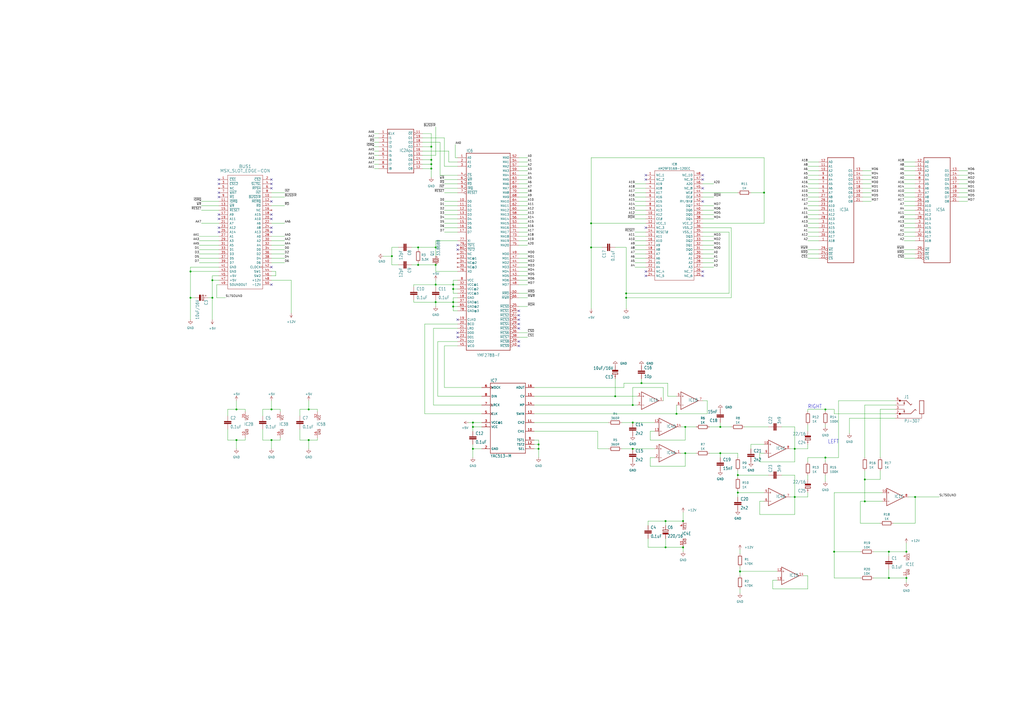
<source format=kicad_sch>
(kicad_sch (version 20230121) (generator eeschema)
  (paper "A2")
  (title_block (title "MSX OPL4 Wozblaster Reloaded") (date "2023-02-20") (rev "1.2") (company "The Retro Hacker") (comment 2 "Reloaded by Cristiano Goncalves") (comment 3 "Original Design by Gustavo Iriarte") (comment 4 "Wozblaster Reloaded"))
  (junction (at 179.07 237.49))
  (junction (at 262.89 175.26))
  (junction (at 530.86 288.29))
  (junction (at 363.22 170.18))
  (junction (at 137.16 255.27))
  (junction (at 137.16 237.49))
  (junction (at 392.43 240.03))
  (junction (at 123.19 172.72))
  (junction (at 461.01 260.35))
  (junction (at 179.07 255.27))
  (junction (at 252.73 175.26))
  (junction (at 483.87 320.04))
  (junction (at 110.49 157.48))
  (junction (at 312.42 260.35))
  (junction (at 157.48 237.49))
  (junction (at 227.33 148.59))
  (junction (at 110.49 172.72))
  (junction (at 250.19 85.09))
  (junction (at 262.89 165.1))
  (junction (at 525.78 320.04))
  (junction (at 396.24 317.5))
  (junction (at 312.42 257.81))
  (junction (at 252.73 143.51))
  (junction (at 356.87 229.87))
  (junction (at 525.78 335.28))
  (junction (at 274.32 260.35))
  (junction (at 515.62 320.04))
  (junction (at 367.03 245.11))
  (junction (at 372.11 222.25))
  (junction (at 417.83 247.65))
  (junction (at 250.19 97.79))
  (junction (at 363.22 172.72))
  (junction (at 397.51 262.89))
  (junction (at 262.89 167.64))
  (junction (at 157.48 255.27))
  (junction (at 123.19 162.56))
  (junction (at 342.9 129.54))
  (junction (at 386.08 302.26))
  (junction (at 386.08 317.5))
  (junction (at 262.89 177.8))
  (junction (at 274.32 245.11))
  (junction (at 242.57 143.51))
  (junction (at 367.03 260.35))
  (junction (at 242.57 153.67))
  (junction (at 461.01 288.29))
  (junction (at 427.99 285.75))
  (junction (at 250.19 95.25))
  (junction (at 478.79 237.49))
  (junction (at 274.32 247.65))
  (junction (at 252.73 165.1))
  (junction (at 417.83 262.89))
  (junction (at 501.65 278.13))
  (junction (at 427.99 275.59))
  (junction (at 342.9 143.51))
  (junction (at 250.19 92.71))
  (junction (at 501.65 290.83))
  (junction (at 515.62 335.28))
  (junction (at 397.51 247.65))
  (junction (at 396.24 302.26))
  (junction (at 367.03 234.95))
  (junction (at 478.79 265.43))
  (junction (at 429.26 331.47))
  (junction (at 443.23 111.76))
  (junction (at 252.73 153.67))
  (no_connect (at 407.67 104.14))
  (no_connect (at 407.67 160.02))
  (no_connect (at 374.65 160.02))
  (no_connect (at 300.99 185.42))
  (no_connect (at 300.99 182.88))
  (no_connect (at 300.99 180.34))
  (no_connect (at 300.99 190.5))
  (no_connect (at 300.99 187.96))
  (no_connect (at 300.99 200.66))
  (no_connect (at 300.99 198.12))
  (no_connect (at 265.43 185.42))
  (no_connect (at 265.43 193.04))
  (no_connect (at 265.43 195.58))
  (no_connect (at 127 134.62))
  (no_connect (at 127 132.08))
  (no_connect (at 127 124.46))
  (no_connect (at 127 127))
  (no_connect (at 157.48 154.94))
  (no_connect (at 157.48 132.08))
  (no_connect (at 157.48 134.62))
  (no_connect (at 265.43 142.24))
  (no_connect (at 265.43 144.78))
  (no_connect (at 374.65 101.6))
  (no_connect (at 407.67 157.48))
  (no_connect (at 157.48 165.1))
  (no_connect (at 374.65 157.48))
  (no_connect (at 374.65 104.14))
  (no_connect (at 407.67 101.6))
  (no_connect (at 407.67 109.22))
  (no_connect (at 407.67 116.84))
  (no_connect (at 157.48 124.46))
  (no_connect (at 157.48 127))
  (no_connect (at 374.65 132.08))
  (no_connect (at 127 104.14))
  (no_connect (at 127 106.68))
  (no_connect (at 127 111.76))
  (no_connect (at 127 114.3))
  (no_connect (at 157.48 104.14))
  (no_connect (at 157.48 106.68))
  (no_connect (at 157.48 109.22))
  (no_connect (at 157.48 116.84))
  (wire (pts (xy 346.71 250.19) (xy 346.71 260.35)))
  (wire (pts (xy 252.73 157.48) (xy 265.43 157.48)))
  (wire (pts (xy 468.63 99.06) (xy 474.98 99.06)))
  (wire (pts (xy 386.08 317.5) (xy 386.08 312.42)))
  (wire (pts (xy 264.16 91.44) (xy 265.43 91.44)))
  (wire (pts (xy 384.81 224.79) (xy 384.81 232.41)))
  (wire (pts (xy 254 229.87) (xy 279.4 229.87)))
  (wire (pts (xy 257.81 109.22) (xy 265.43 109.22)))
  (wire (pts (xy 184.15 237.49) (xy 184.15 238.76)))
  (wire (pts (xy 179.07 255.27) (xy 184.15 255.27)))
  (wire (pts (xy 245.11 77.47) (xy 250.19 77.47)))
  (wire (pts (xy 424.18 172.72) (xy 363.22 172.72)))
  (wire (pts (xy 262.89 167.64) (xy 262.89 170.18)))
  (wire (pts (xy 300.99 154.94) (xy 306.07 154.94)))
  (wire (pts (xy 519.43 237.49) (xy 510.54 237.49)))
  (wire (pts (xy 377.19 255.27) (xy 377.19 250.19)))
  (wire (pts (xy 363.22 170.18) (xy 363.22 172.72)))
  (wire (pts (xy 410.21 240.03) (xy 410.21 232.41)))
  (wire (pts (xy 468.63 260.35) (xy 461.01 260.35)))
  (wire (pts (xy 257.81 224.79) (xy 257.81 200.66)))
  (wire (pts (xy 217.17 92.71) (xy 219.71 92.71)))
  (wire (pts (xy 257.81 119.38) (xy 265.43 119.38)))
  (wire (pts (xy 524.51 134.62) (xy 530.86 134.62)))
  (wire (pts (xy 468.63 237.49) (xy 478.79 237.49)))
  (wire (pts (xy 257.81 121.92) (xy 265.43 121.92)))
  (wire (pts (xy 422.91 134.62) (xy 422.91 170.18)))
  (wire (pts (xy 242.57 152.4) (xy 242.57 153.67)))
  (wire (pts (xy 367.03 234.95) (xy 367.03 224.79)))
  (wire (pts (xy 417.83 245.11) (xy 417.83 247.65)))
  (wire (pts (xy 427.99 284.48) (xy 427.99 285.75)))
  (wire (pts (xy 116.84 116.84) (xy 127 116.84)))
  (wire (pts (xy 524.51 99.06) (xy 530.86 99.06)))
  (wire (pts (xy 157.48 149.86) (xy 165.1 149.86)))
  (wire (pts (xy 397.51 262.89) (xy 397.51 270.51)))
  (wire (pts (xy 274.32 257.81) (xy 274.32 260.35)))
  (wire (pts (xy 240.03 175.26) (xy 252.73 175.26)))
  (wire (pts (xy 309.88 260.35) (xy 312.42 260.35)))
  (wire (pts (xy 397.51 255.27) (xy 377.19 255.27)))
  (wire (pts (xy 116.84 121.92) (xy 127 121.92)))
  (wire (pts (xy 342.9 143.51) (xy 342.9 179.07)))
  (wire (pts (xy 110.49 157.48) (xy 127 157.48)))
  (wire (pts (xy 110.49 154.94) (xy 110.49 157.48)))
  (wire (pts (xy 429.26 331.47) (xy 450.85 331.47)))
  (wire (pts (xy 157.48 152.4) (xy 165.1 152.4)))
  (wire (pts (xy 468.63 246.38) (xy 468.63 250.19)))
  (wire (pts (xy 500.38 111.76) (xy 505.46 111.76)))
  (wire (pts (xy 179.07 232.41) (xy 179.07 237.49)))
  (wire (pts (xy 152.4 255.27) (xy 157.48 255.27)))
  (wire (pts (xy 300.99 137.16) (xy 306.07 137.16)))
  (wire (pts (xy 262.89 167.64) (xy 265.43 167.64)))
  (wire (pts (xy 501.65 234.95) (xy 501.65 265.43)))
  (wire (pts (xy 483.87 240.03) (xy 519.43 240.03)))
  (wire (pts (xy 300.99 147.32) (xy 306.07 147.32)))
  (wire (pts (xy 556.26 101.6) (xy 561.34 101.6)))
  (wire (pts (xy 556.26 99.06) (xy 561.34 99.06)))
  (wire (pts (xy 461.01 275.59) (xy 461.01 288.29)))
  (wire (pts (xy 368.3 154.94) (xy 374.65 154.94)))
  (wire (pts (xy 524.51 101.6) (xy 530.86 101.6)))
  (wire (pts (xy 250.19 85.09) (xy 250.19 92.71)))
  (wire (pts (xy 123.19 162.56) (xy 127 162.56)))
  (wire (pts (xy 407.67 152.4) (xy 414.02 152.4)))
  (wire (pts (xy 524.51 111.76) (xy 530.86 111.76)))
  (wire (pts (xy 492.76 242.57) (xy 492.76 251.46)))
  (wire (pts (xy 407.67 132.08) (xy 424.18 132.08)))
  (wire (pts (xy 468.63 278.13) (xy 468.63 275.59)))
  (wire (pts (xy 262.89 177.8) (xy 262.89 180.34)))
  (wire (pts (xy 238.76 153.67) (xy 242.57 153.67)))
  (wire (pts (xy 396.24 302.26) (xy 386.08 302.26)))
  (wire (pts (xy 300.99 177.8) (xy 306.07 177.8)))
  (wire (pts (xy 356.87 229.87) (xy 369.57 229.87)))
  (wire (pts (xy 132.08 255.27) (xy 137.16 255.27)))
  (wire (pts (xy 252.73 165.1) (xy 262.89 165.1)))
  (wire (pts (xy 300.99 157.48) (xy 306.07 157.48)))
  (wire (pts (xy 524.51 149.86) (xy 530.86 149.86)))
  (wire (pts (xy 524.51 147.32) (xy 530.86 147.32)))
  (wire (pts (xy 250.19 77.47) (xy 250.19 85.09)))
  (wire (pts (xy 368.3 149.86) (xy 374.65 149.86)))
  (wire (pts (xy 468.63 119.38) (xy 474.98 119.38)))
  (wire (pts (xy 312.42 260.35) (xy 312.42 257.81)))
  (wire (pts (xy 217.17 95.25) (xy 219.71 95.25)))
  (wire (pts (xy 407.67 149.86) (xy 414.02 149.86)))
  (wire (pts (xy 312.42 255.27) (xy 312.42 257.81)))
  (wire (pts (xy 157.48 157.48) (xy 160.02 157.48)))
  (wire (pts (xy 407.67 119.38) (xy 414.02 119.38)))
  (wire (pts (xy 417.83 265.43) (xy 417.83 262.89)))
  (wire (pts (xy 468.63 147.32) (xy 474.98 147.32)))
  (wire (pts (xy 429.26 318.77) (xy 429.26 321.31)))
  (wire (pts (xy 501.65 273.05) (xy 501.65 278.13)))
  (wire (pts (xy 274.32 245.11) (xy 274.32 247.65)))
  (wire (pts (xy 453.39 247.65) (xy 461.01 247.65)))
  (wire (pts (xy 468.63 237.49) (xy 468.63 238.76)))
  (wire (pts (xy 468.63 124.46) (xy 474.98 124.46)))
  (wire (pts (xy 222.25 148.59) (xy 227.33 148.59)))
  (wire (pts (xy 132.08 248.92) (xy 132.08 255.27)))
  (wire (pts (xy 468.63 132.08) (xy 474.98 132.08)))
  (wire (pts (xy 427.99 275.59) (xy 427.99 276.86)))
  (wire (pts (xy 407.67 111.76) (xy 427.99 111.76)))
  (wire (pts (xy 429.26 344.17) (xy 429.26 341.63)))
  (wire (pts (xy 468.63 106.68) (xy 474.98 106.68)))
  (wire (pts (xy 443.23 129.54) (xy 443.23 111.76)))
  (wire (pts (xy 368.3 119.38) (xy 374.65 119.38)))
  (wire (pts (xy 417.83 247.65) (xy 424.18 247.65)))
  (wire (pts (xy 217.17 87.63) (xy 219.71 87.63)))
  (wire (pts (xy 407.67 106.68) (xy 414.02 106.68)))
  (wire (pts (xy 110.49 172.72) (xy 113.03 172.72)))
  (wire (pts (xy 252.73 175.26) (xy 262.89 175.26)))
  (wire (pts (xy 410.21 232.41) (xy 407.67 232.41)))
  (wire (pts (xy 254 198.12) (xy 265.43 198.12)))
  (wire (pts (xy 246.38 187.96) (xy 265.43 187.96)))
  (wire (pts (xy 257.81 96.52) (xy 265.43 96.52)))
  (wire (pts (xy 217.17 90.17) (xy 219.71 90.17)))
  (wire (pts (xy 368.3 114.3) (xy 374.65 114.3)))
  (wire (pts (xy 411.48 247.65) (xy 417.83 247.65)))
  (wire (pts (xy 312.42 260.35) (xy 312.42 265.43)))
  (wire (pts (xy 368.3 109.22) (xy 374.65 109.22)))
  (wire (pts (xy 448.31 336.55) (xy 448.31 341.63)))
  (wire (pts (xy 255.27 82.55) (xy 255.27 101.6)))
  (wire (pts (xy 524.51 96.52) (xy 530.86 96.52)))
  (wire (pts (xy 407.67 147.32) (xy 414.02 147.32)))
  (wire (pts (xy 556.26 114.3) (xy 561.34 114.3)))
  (wire (pts (xy 368.3 134.62) (xy 374.65 134.62)))
  (wire (pts (xy 157.48 237.49) (xy 152.4 237.49)))
  (wire (pts (xy 262.89 172.72) (xy 262.89 175.26)))
  (wire (pts (xy 257.81 127) (xy 265.43 127)))
  (wire (pts (xy 173.99 237.49) (xy 173.99 241.3)))
  (wire (pts (xy 407.67 137.16) (xy 414.02 137.16)))
  (wire (pts (xy 461.01 288.29) (xy 468.63 288.29)))
  (wire (pts (xy 137.16 237.49) (xy 142.24 237.49)))
  (wire (pts (xy 424.18 132.08) (xy 424.18 172.72)))
  (wire (pts (xy 262.89 162.56) (xy 262.89 165.1)))
  (wire (pts (xy 300.99 132.08) (xy 306.07 132.08)))
  (wire (pts (xy 524.51 109.22) (xy 530.86 109.22)))
  (wire (pts (xy 556.26 109.22) (xy 561.34 109.22)))
  (wire (pts (xy 368.3 124.46) (xy 374.65 124.46)))
  (wire (pts (xy 407.67 134.62) (xy 422.91 134.62)))
  (wire (pts (xy 115.57 147.32) (xy 127 147.32)))
  (wire (pts (xy 254 229.87) (xy 254 198.12)))
  (wire (pts (xy 468.63 127) (xy 474.98 127)))
  (wire (pts (xy 468.63 93.98) (xy 474.98 93.98)))
  (wire (pts (xy 360.68 260.35) (xy 367.03 260.35)))
  (wire (pts (xy 468.63 144.78) (xy 474.98 144.78)))
  (wire (pts (xy 116.84 129.54) (xy 127 129.54)))
  (wire (pts (xy 262.89 165.1) (xy 265.43 165.1)))
  (wire (pts (xy 240.03 165.1) (xy 252.73 165.1)))
  (wire (pts (xy 468.63 137.16) (xy 474.98 137.16)))
  (wire (pts (xy 445.77 275.59) (xy 427.99 275.59)))
  (wire (pts (xy 461.01 298.45) (xy 440.69 298.45)))
  (wire (pts (xy 461.01 288.29) (xy 461.01 298.45)))
  (wire (pts (xy 525.78 337.82) (xy 525.78 335.28)))
  (wire (pts (xy 468.63 101.6) (xy 474.98 101.6)))
  (wire (pts (xy 556.26 104.14) (xy 561.34 104.14)))
  (wire (pts (xy 387.35 229.87) (xy 387.35 222.25)))
  (wire (pts (xy 300.99 139.7) (xy 306.07 139.7)))
  (wire (pts (xy 217.17 97.79) (xy 219.71 97.79)))
  (wire (pts (xy 300.99 172.72) (xy 306.07 172.72)))
  (wire (pts (xy 240.03 175.26) (xy 240.03 173.99)))
  (wire (pts (xy 407.67 139.7) (xy 414.02 139.7)))
  (wire (pts (xy 468.63 257.81) (xy 468.63 260.35)))
  (wire (pts (xy 157.48 137.16) (xy 165.1 137.16)))
  (wire (pts (xy 478.79 265.43) (xy 478.79 267.97)))
  (wire (pts (xy 468.63 288.29) (xy 468.63 285.75)))
  (wire (pts (xy 257.81 132.08) (xy 265.43 132.08)))
  (wire (pts (xy 524.51 139.7) (xy 530.86 139.7)))
  (wire (pts (xy 392.43 240.03) (xy 410.21 240.03)))
  (wire (pts (xy 377.19 270.51) (xy 377.19 265.43)))
  (wire (pts (xy 377.19 265.43) (xy 379.73 265.43)))
  (wire (pts (xy 217.17 82.55) (xy 219.71 82.55)))
  (wire (pts (xy 309.88 245.11) (xy 353.06 245.11)))
  (wire (pts (xy 123.19 160.02) (xy 127 160.02)))
  (wire (pts (xy 511.81 285.75) (xy 483.87 285.75)))
  (wire (pts (xy 427.99 273.05) (xy 427.99 275.59)))
  (wire (pts (xy 300.99 93.98) (xy 306.07 93.98)))
  (wire (pts (xy 397.51 262.89) (xy 403.86 262.89)))
  (wire (pts (xy 309.88 250.19) (xy 346.71 250.19)))
  (wire (pts (xy 363.22 172.72) (xy 363.22 179.07)))
  (wire (pts (xy 300.99 91.44) (xy 306.07 91.44)))
  (wire (pts (xy 461.01 260.35) (xy 461.01 267.97)))
  (wire (pts (xy 363.22 143.51) (xy 363.22 170.18)))
  (wire (pts (xy 252.73 90.17) (xy 245.11 90.17)))
  (wire (pts (xy 251.46 190.5) (xy 265.43 190.5)))
  (wire (pts (xy 245.11 92.71) (xy 250.19 92.71)))
  (wire (pts (xy 501.65 290.83) (xy 511.81 290.83)))
  (wire (pts (xy 427.99 285.75) (xy 443.23 285.75)))
  (wire (pts (xy 461.01 267.97) (xy 440.69 267.97)))
  (wire (pts (xy 157.48 111.76) (xy 165.1 111.76)))
  (wire (pts (xy 525.78 314.96) (xy 525.78 320.04)))
  (wire (pts (xy 300.99 195.58) (xy 306.07 195.58)))
  (wire (pts (xy 478.79 246.38) (xy 478.79 247.65)))
  (wire (pts (xy 157.48 255.27) (xy 157.48 260.35)))
  (wire (pts (xy 257.81 104.14) (xy 265.43 104.14)))
  (wire (pts (xy 478.79 275.59) (xy 478.79 279.4)))
  (wire (pts (xy 123.19 162.56) (xy 123.19 172.72)))
  (wire (pts (xy 407.67 121.92) (xy 414.02 121.92)))
  (wire (pts (xy 300.99 127) (xy 306.07 127)))
  (wire (pts (xy 510.54 237.49) (xy 510.54 265.43)))
  (wire (pts (xy 510.54 303.53) (xy 499.11 303.53)))
  (wire (pts (xy 524.51 114.3) (xy 530.86 114.3)))
  (wire (pts (xy 422.91 170.18) (xy 363.22 170.18)))
  (wire (pts (xy 157.48 144.78) (xy 165.1 144.78)))
  (wire (pts (xy 368.3 139.7) (xy 374.65 139.7)))
  (wire (pts (xy 461.01 247.65) (xy 461.01 260.35)))
  (wire (pts (xy 396.24 297.18) (xy 396.24 302.26)))
  (wire (pts (xy 252.73 153.67) (xy 252.73 157.48)))
  (wire (pts (xy 375.92 317.5) (xy 386.08 317.5)))
  (wire (pts (xy 368.3 106.68) (xy 374.65 106.68)))
  (wire (pts (xy 368.3 137.16) (xy 374.65 137.16)))
  (wire (pts (xy 157.48 255.27) (xy 162.56 255.27)))
  (wire (pts (xy 110.49 172.72) (xy 110.49 185.42)))
  (wire (pts (xy 157.48 129.54) (xy 165.1 129.54)))
  (wire (pts (xy 453.39 275.59) (xy 461.01 275.59)))
  (wire (pts (xy 157.48 232.41) (xy 157.48 237.49)))
  (wire (pts (xy 468.63 116.84) (xy 474.98 116.84)))
  (wire (pts (xy 468.63 341.63) (xy 468.63 334.01)))
  (wire (pts (xy 157.48 147.32) (xy 165.1 147.32)))
  (wire (pts (xy 265.43 172.72) (xy 262.89 172.72)))
  (wire (pts (xy 392.43 229.87) (xy 387.35 229.87)))
  (wire (pts (xy 468.63 265.43) (xy 478.79 265.43)))
  (wire (pts (xy 309.88 224.79) (xy 361.95 224.79)))
  (wire (pts (xy 367.03 234.95) (xy 369.57 234.95)))
  (wire (pts (xy 255.27 101.6) (xy 265.43 101.6)))
  (wire (pts (xy 556.26 116.84) (xy 561.34 116.84)))
  (wire (pts (xy 300.99 193.04) (xy 306.07 193.04)))
  (wire (pts (xy 556.26 111.76) (xy 561.34 111.76)))
  (wire (pts (xy 300.99 134.62) (xy 306.07 134.62)))
  (wire (pts (xy 461.01 260.35) (xy 458.47 260.35)))
  (wire (pts (xy 435.61 257.81) (xy 435.61 260.35)))
  (wire (pts (xy 179.07 237.49) (xy 173.99 237.49)))
  (wire (pts (xy 132.08 237.49) (xy 132.08 241.3)))
  (wire (pts (xy 162.56 255.27) (xy 162.56 254)))
  (wire (pts (xy 483.87 335.28) (xy 483.87 320.04)))
  (wire (pts (xy 250.19 95.25) (xy 250.19 97.79)))
  (wire (pts (xy 242.57 153.67) (xy 252.73 153.67)))
  (wire (pts (xy 530.86 303.53) (xy 518.16 303.53)))
  (wire (pts (xy 137.16 232.41) (xy 137.16 237.49)))
  (wire (pts (xy 342.9 129.54) (xy 374.65 129.54)))
  (wire (pts (xy 396.24 317.5) (xy 386.08 317.5)))
  (wire (pts (xy 435.61 111.76) (xy 443.23 111.76)))
  (wire (pts (xy 300.99 101.6) (xy 306.07 101.6)))
  (wire (pts (xy 530.86 288.29) (xy 544.83 288.29)))
  (wire (pts (xy 300.99 116.84) (xy 306.07 116.84)))
  (wire (pts (xy 142.24 237.49) (xy 142.24 238.76)))
  (wire (pts (xy 361.95 222.25) (xy 361.95 224.79)))
  (wire (pts (xy 309.88 255.27) (xy 312.42 255.27)))
  (wire (pts (xy 300.99 114.3) (xy 306.07 114.3)))
  (wire (pts (xy 429.26 328.93) (xy 429.26 331.47)))
  (wire (pts (xy 483.87 237.49) (xy 483.87 240.03)))
  (wire (pts (xy 309.88 229.87) (xy 356.87 229.87)))
  (wire (pts (xy 279.4 245.11) (xy 274.32 245.11)))
  (wire (pts (xy 500.38 101.6) (xy 505.46 101.6)))
  (wire (pts (xy 524.51 144.78) (xy 530.86 144.78)))
  (wire (pts (xy 486.41 265.43) (xy 486.41 232.41)))
  (wire (pts (xy 397.51 247.65) (xy 397.51 255.27)))
  (wire (pts (xy 396.24 317.5) (xy 396.24 320.04)))
  (wire (pts (xy 468.63 129.54) (xy 474.98 129.54)))
  (wire (pts (xy 274.32 260.35) (xy 279.4 260.35)))
  (wire (pts (xy 184.15 254) (xy 184.15 255.27)))
  (wire (pts (xy 300.99 99.06) (xy 306.07 99.06)))
  (wire (pts (xy 525.78 335.28) (xy 515.62 335.28)))
  (wire (pts (xy 257.81 116.84) (xy 265.43 116.84)))
  (wire (pts (xy 468.63 111.76) (xy 474.98 111.76)))
  (wire (pts (xy 110.49 157.48) (xy 110.49 172.72)))
  (wire (pts (xy 231.14 153.67) (xy 227.33 153.67)))
  (wire (pts (xy 300.99 142.24) (xy 306.07 142.24)))
  (wire (pts (xy 231.14 143.51) (xy 227.33 143.51)))
  (wire (pts (xy 407.67 129.54) (xy 443.23 129.54)))
  (wire (pts (xy 120.65 172.72) (xy 123.19 172.72)))
  (wire (pts (xy 300.99 121.92) (xy 306.07 121.92)))
  (wire (pts (xy 368.3 144.78) (xy 374.65 144.78)))
  (wire (pts (xy 219.71 80.01) (xy 217.17 80.01)))
  (wire (pts (xy 387.35 222.25) (xy 372.11 222.25)))
  (wire (pts (xy 300.99 152.4) (xy 306.07 152.4)))
  (wire (pts (xy 468.63 334.01) (xy 466.09 334.01)))
  (wire (pts (xy 342.9 91.44) (xy 342.9 129.54)))
  (wire (pts (xy 375.92 302.26) (xy 375.92 304.8)))
  (wire (pts (xy 300.99 96.52) (xy 306.07 96.52)))
  (wire (pts (xy 265.43 175.26) (xy 262.89 175.26)))
  (wire (pts (xy 251.46 234.95) (xy 251.46 190.5)))
  (wire (pts (xy 115.57 137.16) (xy 127 137.16)))
  (wire (pts (xy 407.67 127) (xy 414.02 127)))
  (wire (pts (xy 500.38 106.68) (xy 505.46 106.68)))
  (wire (pts (xy 157.48 142.24) (xy 165.1 142.24)))
  (wire (pts (xy 123.19 172.72) (xy 123.19 185.42)))
  (wire (pts (xy 368.3 147.32) (xy 374.65 147.32)))
  (wire (pts (xy 173.99 255.27) (xy 173.99 248.92)))
  (wire (pts (xy 257.81 129.54) (xy 265.43 129.54)))
  (wire (pts (xy 556.26 106.68) (xy 561.34 106.68)))
  (wire (pts (xy 417.83 262.89) (xy 427.99 262.89)))
  (wire (pts (xy 524.51 127) (xy 530.86 127)))
  (wire (pts (xy 483.87 285.75) (xy 483.87 320.04)))
  (wire (pts (xy 397.51 247.65) (xy 403.86 247.65)))
  (wire (pts (xy 137.16 255.27) (xy 142.24 255.27)))
  (wire (pts (xy 262.89 170.18) (xy 265.43 170.18)))
  (wire (pts (xy 342.9 91.44) (xy 443.23 91.44)))
  (wire (pts (xy 252.73 173.99) (xy 252.73 175.26)))
  (wire (pts (xy 168.91 162.56) (xy 168.91 181.61)))
  (wire (pts (xy 360.68 245.11) (xy 367.03 245.11)))
  (wire (pts (xy 300.99 165.1) (xy 306.07 165.1)))
  (wire (pts (xy 152.4 237.49) (xy 152.4 241.3)))
  (wire (pts (xy 125.73 165.1) (xy 127 165.1)))
  (wire (pts (xy 245.11 97.79) (xy 250.19 97.79)))
  (wire (pts (xy 468.63 149.86) (xy 474.98 149.86)))
  (wire (pts (xy 500.38 109.22) (xy 505.46 109.22)))
  (wire (pts (xy 386.08 302.26) (xy 375.92 302.26)))
  (wire (pts (xy 152.4 248.92) (xy 152.4 255.27)))
  (wire (pts (xy 500.38 116.84) (xy 505.46 116.84)))
  (wire (pts (xy 257.81 124.46) (xy 265.43 124.46)))
  (wire (pts (xy 245.11 80.01) (xy 257.81 80.01)))
  (wire (pts (xy 524.51 124.46) (xy 530.86 124.46)))
  (wire (pts (xy 356.87 143.51) (xy 363.22 143.51)))
  (wire (pts (xy 506.73 320.04) (xy 515.62 320.04)))
  (wire (pts (xy 184.15 237.49) (xy 179.07 237.49)))
  (wire (pts (xy 252.73 175.26) (xy 252.73 177.8)))
  (wire (pts (xy 262.89 180.34) (xy 265.43 180.34)))
  (wire (pts (xy 524.51 104.14) (xy 530.86 104.14)))
  (wire (pts (xy 160.02 157.48) (xy 160.02 160.02)))
  (wire (pts (xy 274.32 247.65) (xy 274.32 250.19)))
  (wire (pts (xy 300.99 111.76) (xy 306.07 111.76)))
  (wire (pts (xy 368.3 127) (xy 374.65 127)))
  (wire (pts (xy 427.99 262.89) (xy 427.99 265.43)))
  (wire (pts (xy 448.31 341.63) (xy 468.63 341.63)))
  (wire (pts (xy 440.69 298.45) (xy 440.69 290.83)))
  (wire (pts (xy 450.85 336.55) (xy 448.31 336.55)))
  (wire (pts (xy 265.43 177.8) (xy 262.89 177.8)))
  (wire (pts (xy 515.62 320.04) (xy 515.62 322.58)))
  (wire (pts (xy 251.46 234.95) (xy 279.4 234.95)))
  (wire (pts (xy 342.9 143.51) (xy 349.25 143.51)))
  (wire (pts (xy 407.67 144.78) (xy 414.02 144.78)))
  (wire (pts (xy 478.79 237.49) (xy 483.87 237.49)))
  (wire (pts (xy 524.51 129.54) (xy 530.86 129.54)))
  (wire (pts (xy 501.65 278.13) (xy 501.65 290.83)))
  (wire (pts (xy 157.48 119.38) (xy 165.1 119.38)))
  (wire (pts (xy 375.92 312.42) (xy 375.92 317.5)))
  (wire (pts (xy 250.19 95.25) (xy 250.19 92.71)))
  (wire (pts (xy 240.03 165.1) (xy 240.03 166.37)))
  (wire (pts (xy 486.41 232.41) (xy 519.43 232.41)))
  (wire (pts (xy 252.73 165.1) (xy 252.73 166.37)))
  (wire (pts (xy 115.57 144.78) (xy 127 144.78)))
  (wire (pts (xy 411.48 262.89) (xy 417.83 262.89)))
  (wire (pts (xy 468.63 121.92) (xy 474.98 121.92)))
  (wire (pts (xy 142.24 255.27) (xy 142.24 254)))
  (wire (pts (xy 300.99 170.18) (xy 306.07 170.18)))
  (wire (pts (xy 115.57 139.7) (xy 127 139.7)))
  (wire (pts (xy 123.19 160.02) (xy 123.19 162.56)))
  (wire (pts (xy 115.57 142.24) (xy 127 142.24)))
  (wire (pts (xy 443.23 111.76) (xy 443.23 91.44)))
  (wire (pts (xy 162.56 237.49) (xy 157.48 237.49)))
  (wire (pts (xy 157.48 139.7) (xy 165.1 139.7)))
  (wire (pts (xy 407.67 124.46) (xy 414.02 124.46)))
  (wire (pts (xy 468.63 109.22) (xy 474.98 109.22)))
  (wire (pts (xy 246.38 240.03) (xy 279.4 240.03)))
  (wire (pts (xy 125.73 172.72) (xy 130.81 172.72)))
  (wire (pts (xy 252.73 73.66) (xy 252.73 90.17)))
  (wire (pts (xy 300.99 124.46) (xy 306.07 124.46)))
  (wire (pts (xy 440.69 290.83) (xy 443.23 290.83)))
  (wire (pts (xy 257.81 80.01) (xy 257.81 96.52)))
  (wire (pts (xy 524.51 116.84) (xy 530.86 116.84)))
  (wire (pts (xy 346.71 260.35) (xy 353.06 260.35)))
  (wire (pts (xy 524.51 93.98) (xy 530.86 93.98)))
  (wire (pts (xy 368.3 142.24) (xy 374.65 142.24)))
  (wire (pts (xy 260.35 87.63) (xy 260.35 93.98)))
  (wire (pts (xy 367.03 234.95) (xy 309.88 234.95)))
  (wire (pts (xy 160.02 160.02) (xy 157.48 160.02)))
  (wire (pts (xy 274.32 260.35) (xy 274.32 265.43)))
  (wire (pts (xy 245.11 87.63) (xy 260.35 87.63)))
  (wire (pts (xy 309.88 257.81) (xy 312.42 257.81)))
  (wire (pts (xy 372.11 222.25) (xy 361.95 222.25)))
  (wire (pts (xy 367.03 224.79) (xy 384.81 224.79)))
  (wire (pts (xy 265.43 162.56) (xy 262.89 162.56)))
  (wire (pts (xy 217.17 85.09) (xy 219.71 85.09)))
  (wire (pts (xy 217.17 77.47) (xy 219.71 77.47)))
  (wire (pts (xy 519.43 234.95) (xy 501.65 234.95)))
  (wire (pts (xy 227.33 148.59) (xy 227.33 153.67)))
  (wire (pts (xy 440.69 262.89) (xy 443.23 262.89)))
  (wire (pts (xy 157.48 114.3) (xy 165.1 114.3)))
  (wire (pts (xy 368.3 121.92) (xy 374.65 121.92)))
  (wire (pts (xy 300.99 149.86) (xy 306.07 149.86)))
  (wire (pts (xy 392.43 240.03) (xy 392.43 234.95)))
  (wire (pts (xy 252.73 139.7) (xy 265.43 139.7)))
  (wire (pts (xy 110.49 154.94) (xy 127 154.94)))
  (wire (pts (xy 524.51 137.16) (xy 530.86 137.16)))
  (wire (pts (xy 397.51 270.51) (xy 377.19 270.51)))
  (wire (pts (xy 132.08 237.49) (xy 137.16 237.49)))
  (wire (pts (xy 429.26 331.47) (xy 429.26 334.01)))
  (wire (pts (xy 367.03 245.11) (xy 379.73 245.11)))
  (wire (pts (xy 342.9 129.54) (xy 342.9 143.51)))
  (wire (pts (xy 257.81 224.79) (xy 279.4 224.79)))
  (wire (pts (xy 407.67 142.24) (xy 414.02 142.24)))
  (wire (pts (xy 264.16 91.44) (xy 264.16 83.82)))
  (wire (pts (xy 245.11 95.25) (xy 250.19 95.25)))
  (wire (pts (xy 500.38 104.14) (xy 505.46 104.14)))
  (wire (pts (xy 227.33 143.51) (xy 227.33 148.59)))
  (wire (pts (xy 367.03 260.35) (xy 379.73 260.35)))
  (wire (pts (xy 397.51 247.65) (xy 394.97 247.65)))
  (wire (pts (xy 257.81 200.66) (xy 265.43 200.66)))
  (wire (pts (xy 372.11 222.25) (xy 372.11 219.71)))
  (wire (pts (xy 262.89 175.26) (xy 262.89 177.8)))
  (wire (pts (xy 524.51 132.08) (xy 530.86 132.08)))
  (wire (pts (xy 483.87 320.04) (xy 499.11 320.04)))
  (wire (pts (xy 392.43 240.03) (xy 309.88 240.03)))
  (wire (pts (xy 407.67 114.3) (xy 414.02 114.3)))
  (wire (pts (xy 427.99 285.75) (xy 427.99 288.29)))
  (wire (pts (xy 300.99 129.54) (xy 306.07 129.54)))
  (wire (pts (xy 162.56 237.49) (xy 162.56 238.76)))
  (wire (pts (xy 500.38 99.06) (xy 505.46 99.06)))
  (wire (pts (xy 300.99 109.22) (xy 306.07 109.22)))
  (wire (pts (xy 431.8 247.65) (xy 445.77 247.65)))
  (wire (pts (xy 252.73 143.51) (xy 252.73 148.59)))
  (wire (pts (xy 252.73 162.56) (xy 252.73 165.1)))
  (wire (pts (xy 115.57 149.86) (xy 127 149.86)))
  (wire (pts (xy 506.73 335.28) (xy 515.62 335.28)))
  (wire (pts (xy 279.4 247.65) (xy 274.32 247.65)))
  (wire (pts (xy 173.99 255.27) (xy 179.07 255.27)))
  (wire (pts (xy 257.81 106.68) (xy 265.43 106.68)))
  (wire (pts (xy 274.32 245.11) (xy 271.78 245.11)))
  (wire (pts (xy 500.38 114.3) (xy 505.46 114.3)))
  (wire (pts (xy 257.81 111.76) (xy 265.43 111.76)))
  (wire (pts (xy 115.57 152.4) (xy 127 152.4)))
  (wire (pts (xy 519.43 242.57) (xy 492.76 242.57)))
  (wire (pts (xy 125.73 165.1) (xy 125.73 172.72)))
  (wire (pts (xy 478.79 265.43) (xy 486.41 265.43)))
  (wire (pts (xy 499.11 290.83) (xy 501.65 290.83)))
  (wire (pts (xy 368.3 111.76) (xy 374.65 111.76)))
  (wire (pts (xy 257.81 134.62) (xy 265.43 134.62)))
  (wire (pts (xy 510.54 273.05) (xy 510.54 278.13)))
  (wire (pts (xy 386.08 302.26) (xy 386.08 304.8)))
  (wire (pts (xy 407.67 154.94) (xy 414.02 154.94)))
  (wire (pts (xy 242.57 143.51) (xy 242.57 144.78)))
  (wire (pts (xy 137.16 255.27) (xy 137.16 260.35)))
  (wire (pts (xy 468.63 96.52) (xy 474.98 96.52)))
  (wire (pts (xy 524.51 121.92) (xy 530.86 121.92)))
  (wire (pts (xy 468.63 104.14) (xy 474.98 104.14)))
  (wire (pts (xy 530.86 288.29) (xy 530.86 303.53)))
  (wire (pts (xy 478.79 237.49) (xy 478.79 238.76)))
  (wire (pts (xy 377.19 250.19) (xy 379.73 250.19)))
  (wire (pts (xy 527.05 288.29) (xy 530.86 288.29)))
  (wire (pts (xy 252.73 139.7) (xy 252.73 143.51)))
  (wire (pts (xy 116.84 119.38) (xy 127 119.38)))
  (wire (pts (xy 435.61 257.81) (xy 443.23 257.81)))
  (wire (pts (xy 262.89 165.1) (xy 262.89 167.64)))
  (wire (pts (xy 300.99 160.02) (xy 306.07 160.02)))
  (wire (pts (xy 368.3 116.84) (xy 374.65 116.84)))
  (wire (pts (xy 368.3 152.4) (xy 374.65 152.4)))
  (wire (pts (xy 468.63 114.3) (xy 474.98 114.3)))
  (wire (pts (xy 245.11 85.09) (xy 250.19 85.09)))
  (wire (pts (xy 468.63 265.43) (xy 468.63 267.97)))
  (wire (pts (xy 499.11 303.53) (xy 499.11 290.83)))
  (wire (pts (xy 515.62 335.28) (xy 515.62 330.2)))
  (wire (pts (xy 246.38 240.03) (xy 246.38 187.96)))
  (wire (pts (xy 461.01 288.29) (xy 458.47 288.29)))
  (wire (pts (xy 524.51 106.68) (xy 530.86 106.68)))
  (wire (pts (xy 525.78 320.04) (xy 515.62 320.04)))
  (wire (pts (xy 440.69 267.97) (xy 440.69 262.89)))
  (wire (pts (xy 397.51 262.89) (xy 394.97 262.89)))
  (wire (pts (xy 260.35 93.98) (xy 265.43 93.98)))
  (wire (pts (xy 300.99 119.38) (xy 306.07 119.38)))
  (wire (pts (xy 300.99 106.68) (xy 306.07 106.68)))
  (wire (pts (xy 179.07 255.27) (xy 179.07 260.35)))
  (wire (pts (xy 245.11 82.55) (xy 255.27 82.55)))
  (wire (pts (xy 524.51 119.38) (xy 530.86 119.38)))
  (wire (pts (xy 300.99 162.56) (xy 306.07 162.56)))
  (wire (pts (xy 356.87 219.71) (xy 356.87 229.87)))
  (wire (pts (xy 501.65 278.13) (xy 510.54 278.13)))
  (wire (pts (xy 157.48 162.56) (xy 168.91 162.56)))
  (wire (pts (xy 468.63 139.7) (xy 474.98 139.7)))
  (wire (pts (xy 242.57 143.51) (xy 252.73 143.51)))
  (wire (pts (xy 468.63 134.62) (xy 474.98 134.62)))
  (wire (pts (xy 499.11 335.28) (xy 483.87 335.28)))
  (wire (pts (xy 250.19 97.79) (xy 250.19 102.87)))
  (wire (pts (xy 300.99 104.14) (xy 306.07 104.14)))
  (wire (pts (xy 238.76 143.51) (xy 242.57 143.51)))
  (text "RIGHT" (at 468.63 237.236 0) (effects (font (size 2.1844 1.8567)) (justify left bottom)))
  (text "LEFT" (at 486.664 257.556 0) (effects (font (size 2.1844 1.8567)) (justify right bottom)))
  (label "MD4" (at 414.02 127 0) (effects (font (size 1.2446 1.2446))))
  (label "SLTSOUND" (at 544.83 288.29 0))
  (label "AA3" (at 115.57 139.7 180) (effects (font (size 1.2446 1.2446))))
  (label "AA2" (at 165.1 139.7 0) (effects (font (size 1.2446 1.2446))))
  (label "~{MRD}" (at 468.63 147.32 180) (effects (font (size 1.2446 1.2446))))
  (label "A12" (at 468.63 137.16 180) (effects (font (size 1.2446 1.2446))))
  (label "A8" (at 524.51 96.52 180) (effects (font (size 1.2446 1.2446))))
  (label "A2" (at 468.63 139.7 180) (effects (font (size 1.2446 1.2446))))
  (label "MD2" (at 561.34 104.14 0) (effects (font (size 1.2446 1.2446))))
  (label "~{MWR}" (at 468.63 144.78 180) (effects (font (size 1.2446 1.2446))))
  (label "A11" (at 468.63 124.46 180) (effects (font (size 1.2446 1.2446))))
  (label "MD0" (at 561.34 106.68 0) (effects (font (size 1.2446 1.2446))))
  (label "AA5" (at 217.17 87.63 180) (effects (font (size 1.2446 1.2446))))
  (label "A17" (at 368.3 111.76 180) (effects (font (size 1.2446 1.2446))))
  (label "~{MRD}" (at 524.51 147.32 180) (effects (font (size 1.2446 1.2446))))
  (label "~{RESET}" (at 116.84 121.92 180) (effects (font (size 1.2446 1.2446))))
  (label "D1" (at 257.81 119.38 180) (effects (font (size 1.2446 1.2446))))
  (label "A17" (at 524.51 116.84 180) (effects (font (size 1.2446 1.2446))))
  (label "A20" (at 306.07 142.24 0) (effects (font (size 1.2446 1.2446))))
  (label "A13" (at 306.07 124.46 0) (effects (font (size 1.2446 1.2446))))
  (label "MD4" (at 505.46 101.6 0) (effects (font (size 1.2446 1.2446))))
  (label "A16" (at 306.07 132.08 0) (effects (font (size 1.2446 1.2446))))
  (label "MD7" (at 561.34 116.84 0) (effects (font (size 1.2446 1.2446))))
  (label "MD6" (at 306.07 162.56 0) (effects (font (size 1.2446 1.2446))))
  (label "~{RESET}" (at 257.81 111.76 180) (effects (font (size 1.2446 1.2446))))
  (label "AA6" (at 217.17 77.47 180) (effects (font (size 1.2446 1.2446))))
  (label "~{IORQ}" (at 116.84 116.84 180) (effects (font (size 1.2446 1.2446))))
  (label "A8" (at 468.63 96.52 180) (effects (font (size 1.2446 1.2446))))
  (label "~{RESET}" (at 368.3 134.62 180) (effects (font (size 1.2446 1.2446))))
  (label "A5" (at 468.63 101.6 180) (effects (font (size 1.2446 1.2446))))
  (label "A2" (at 524.51 139.7 180) (effects (font (size 1.2446 1.2446))))
  (label "MD2" (at 414.02 139.7 0) (effects (font (size 1.2446 1.2446))))
  (label "AA7" (at 217.17 95.25 180) (effects (font (size 1.2446 1.2446))))
  (label "AA3" (at 217.17 92.71 180) (effects (font (size 1.2446 1.2446))))
  (label "D0" (at 165.1 144.78 0) (effects (font (size 1.2446 1.2446))))
  (label "A14" (at 524.51 109.22 180) (effects (font (size 1.2446 1.2446))))
  (label "A5" (at 524.51 101.6 180) (effects (font (size 1.2446 1.2446))))
  (label "~{RD}" (at 257.81 106.68 180) (effects (font (size 1.2446 1.2446))))
  (label "A5" (at 368.3 152.4 180) (effects (font (size 1.2446 1.2446))))
  (label "MD2" (at 306.07 152.4 0) (effects (font (size 1.2446 1.2446))))
  (label "A1" (at 524.51 134.62 180) (effects (font (size 1.2446 1.2446))))
  (label "A6" (at 468.63 99.06 180) (effects (font (size 1.2446 1.2446))))
  (label "MD4" (at 561.34 101.6 0) (effects (font (size 1.2446 1.2446))))
  (label "AA4" (at 217.17 90.17 180) (effects (font (size 1.2446 1.2446))))
  (label "MD0" (at 505.46 106.68 0) (effects (font (size 1.2446 1.2446))))
  (label "MD3" (at 561.34 111.76 0) (effects (font (size 1.2446 1.2446))))
  (label "MD4" (at 306.07 157.48 0) (effects (font (size 1.2446 1.2446))))
  (label "A14" (at 368.3 119.38 180) (effects (font (size 1.2446 1.2446))))
  (label "~{ROM}" (at 306.07 177.8 0) (effects (font (size 1.2446 1.2446))))
  (label "A1" (at 306.07 93.98 0) (effects (font (size 1.2446 1.2446))))
  (label "A5" (at 306.07 104.14 0) (effects (font (size 1.2446 1.2446))))
  (label "~{INT}" (at 165.1 111.76 0) (effects (font (size 1.2446 1.2446))))
  (label "A1" (at 468.63 134.62 180) (effects (font (size 1.2446 1.2446))))
  (label "~{WR}" (at 257.81 104.14 180) (effects (font (size 1.2446 1.2446))))
  (label "A18" (at 306.07 137.16 0) (effects (font (size 1.2446 1.2446))))
  (label "~{BUSDIR}" (at 165.1 114.3 0) (effects (font (size 1.2446 1.2446))))
  (label "D5" (at 257.81 129.54 180) (effects (font (size 1.2446 1.2446))))
  (label "A2" (at 306.07 96.52 0) (effects (font (size 1.2446 1.2446))))
  (label "AA2" (at 217.17 80.01 180) (effects (font (size 1.2446 1.2446))))
  (label "AA1" (at 217.17 97.79 180) (effects (font (size 1.2446 1.2446))))
  (label "AA0" (at 165.1 137.16 0) (effects (font (size 1.2446 1.2446))) (property "Netclass" "SIGNAL" (effects hide)))
  (label "A12" (at 306.07 121.92 0) (effects (font (size 1.2446 1.2446))))
  (label "~{MWR}" (at 524.51 144.78 180) (effects (font (size 1.2446 1.2446))))
  (label "A0" (at 306.07 91.44 0) (effects (font (size 1.2446 1.2446))))
  (label "A3" (at 524.51 132.08 180) (effects (font (size 1.2446 1.2446))))
  (label "A7" (at 468.63 119.38 180) (effects (font (size 1.2446 1.2446))))
  (label "D7" (at 115.57 152.4 180) (effects (font (size 1.2446 1.2446))))
  (label "A17" (at 468.63 116.84 180) (effects (font (size 1.2446 1.2446))))
  (label "A10" (at 468.63 111.76 180) (effects (font (size 1.2446 1.2446))))
  (label "A12" (at 368.3 124.46 180) (effects (font (size 1.2446 1.2446))))
  (label "A15" (at 524.51 114.3 180) (effects (font (size 1.2446 1.2446))))
  (label "A15" (at 468.63 114.3 180) (effects (font (size 1.2446 1.2446))))
  (label "A6" (at 524.51 99.06 180) (effects (font (size 1.2446 1.2446))))
  (label "A10" (at 524.51 111.76 180) (effects (font (size 1.2446 1.2446))))
  (label "D5" (at 115.57 149.86 180) (effects (font (size 1.2446 1.2446))))
  (label "A7" (at 306.07 109.22 0) (effects (font (size 1.2446 1.2446))))
  (label "MD5" (at 505.46 114.3 0) (effects (font (size 1.2446 1.2446))))
  (label "A18" (at 368.3 109.22 180) (effects (font (size 1.2446 1.2446))))
  (label "A18" (at 468.63 93.98 180) (effects (font (size 1.2446 1.2446))))
  (label "AA4" (at 165.1 142.24 0) (effects (font (size 1.2446 1.2446))))
  (label "MD1" (at 306.07 149.86 0) (effects (font (size 1.2446 1.2446))))
  (label "AA0" (at 264.16 83.82 0) (effects (font (size 1.1735 1.1735))))
  (label "~{ROM}" (at 368.3 127 180) (effects (font (size 1.2446 1.2446))))
  (label "A4" (at 368.3 154.94 180) (effects (font (size 1.2446 1.2446))))
  (label "A14" (at 468.63 109.22 180) (effects (font (size 1.2446 1.2446))))
  (label "A1" (at 414.02 149.86 0) (effects (font (size 1.2446 1.2446))))
  (label "A17" (at 306.07 134.62 0) (effects (font (size 1.2446 1.2446))))
  (label "A16" (at 368.3 114.3 180) (effects (font (size 1.2446 1.2446))))
  (label "AA1" (at 115.57 137.16 180) (effects (font (size 1.2446 1.2446))))
  (label "MD5" (at 306.07 160.02 0) (effects (font (size 1.2446 1.2446))))
  (label "AA5" (at 115.57 142.24 180) (effects (font (size 1.2446 1.2446))))
  (label "AA6" (at 165.1 129.54 0) (effects (font (size 1.2446 1.2446))))
  (label "D0" (at 257.81 116.84 180) (effects (font (size 1.2446 1.2446))))
  (label "MD6" (at 414.02 121.92 0) (effects (font (size 1.2446 1.2446))))
  (label "A9" (at 306.07 114.3 0) (effects (font (size 1.2446 1.2446))))
  (label "MD5" (at 561.34 114.3 0) (effects (font (size 1.2446 1.2446))))
  (label "~{CS0}" (at 306.07 193.04 0) (effects (font (size 1.2446 1.2446))))
  (label "A0" (at 414.02 147.32 0) (effects (font (size 1.2446 1.2446))))
  (label "~{ROM}" (at 414.02 114.3 0) (effects (font (size 1.2446 1.2446))))
  (label "MD3" (at 505.46 111.76 0) (effects (font (size 1.2446 1.2446))))
  (label "MD1" (at 561.34 109.22 0) (effects (font (size 1.2446 1.2446))))
  (label "MD3" (at 306.07 154.94 0) (effects (font (size 1.2446 1.2446))))
  (label "D7" (at 257.81 134.62 180) (effects (font (size 1.2446 1.2446))))
  (label "A9" (at 524.51 127 180) (effects (font (size 1.2446 1.2446))))
  (label "A18" (at 524.51 93.98 180) (effects (font (size 1.2446 1.2446))))
  (label "MD6" (at 505.46 99.06 0) (effects (font (size 1.2446 1.2446))))
  (label "A14" (at 306.07 127 0) (effects (font (size 1.2446 1.2446))))
  (label "D1" (at 115.57 144.78 180) (effects (font (size 1.2446 1.2446))))
  (label "~{CS1}" (at 468.63 149.86 180) (effects (font (size 1.2446 1.2446))))
  (label "MD6" (at 561.34 99.06 0) (effects (font (size 1.2446 1.2446))))
  (label "A12" (at 524.51 137.16 180) (effects (font (size 1.2446 1.2446))))
  (label "A4" (at 306.07 101.6 0) (effects (font (size 1.2446 1.2446))))
  (label "A10" (at 306.07 116.84 0) (effects (font (size 1.2446 1.2446))))
  (label "MD7" (at 414.02 119.38 0) (effects (font (size 1.2446 1.2446))))
  (label "~{IORQ}" (at 217.17 85.09 180) (effects (font (size 1.2446 1.2446))))
  (label "A11" (at 306.07 119.38 0) (effects (font (size 1.2446 1.2446))))
  (label "D6" (at 257.81 132.08 180) (effects (font (size 1.2446 1.2446))))
  (label "~{INT}" (at 257.81 109.22 180) (effects (font (size 1.2446 1.2446))))
  (label "AA7" (at 116.84 129.54 180) (effects (font (size 1.2446 1.2446))))
  (label "A9" (at 468.63 127 180) (effects (font (size 1.2446 1.2446))))
  (label "MD3" (at 414.02 137.16 0) (effects (font (size 1.2446 1.2446))))
  (label "A6" (at 368.3 149.86 180) (effects (font (size 1.2446 1.2446))))
  (label "MD1" (at 414.02 142.24 0) (effects (font (size 1.2446 1.2446))))
  (label "A19" (at 306.07 139.7 0) (effects (font (size 1.2446 1.2446))))
  (label "MD5" (at 414.02 124.46 0) (effects (font (size 1.2446 1.2446))))
  (label "D3" (at 115.57 147.32 180) (effects (font (size 1.2446 1.2446))))
  (label "A2" (at 414.02 152.4 0) (effects (font (size 1.2446 1.2446))))
  (label "D4" (at 165.1 149.86 0) (effects (font (size 1.2446 1.2446))))
  (label "D6" (at 165.1 152.4 0) (effects (font (size 1.2446 1.2446))))
  (label "MD7" (at 306.07 165.1 0) (effects (font (size 1.2446 1.2446))))
  (label "~{BUSDIR}" (at 252.73 73.66 180) (effects (font (size 1.2446 1.2446))) (property "Netclass" "SIGNAL" (effects hide)))
  (label "A20" (at 414.02 106.68 0) (effects (font (size 1.2446 1.2446))))
  (label "A11" (at 368.3 137.16 180) (effects (font (size 1.2446 1.2446))))
  (label "MD0" (at 414.02 144.78 0) (effects (font (size 1.2446 1.2446))))
  (label "A7" (at 368.3 147.32 180) (effects (font (size 1.2446 1.2446))))
  (label "A9" (at 368.3 142.24 180) (effects (font (size 1.2446 1.2446))))
  (label "A3" (at 468.63 132.08 180) (effects (font (size 1.2446 1.2446))))
  (label "A4" (at 524.51 121.92 180) (effects (font (size 1.2446 1.2446))))
  (label "A16" (at 524.51 106.68 180) (effects (font (size 1.2446 1.2446))))
  (label "MD2" (at 505.46 104.14 0) (effects (font (size 1.2446 1.2446))))
  (label "A15" (at 368.3 116.84 180) (effects (font (size 1.2446 1.2446))))
  (label "A10" (at 368.3 139.7 180) (effects (font (size 1.2446 1.2446))))
  (label "A13" (at 524.51 129.54 180) (effects (font (size 1.2446 1.2446))))
  (label "~{RD}" (at 217.17 82.55 180) (effects (font (size 1.2446 1.2446))))
  (label "~{RD}" (at 165.1 119.38 0) (effects (font (size 1.2446 1.2446))))
  (label "~{CS1}" (at 306.07 195.58 0) (effects (font (size 1.2446 1.2446))))
  (label "A16" (at 468.63 106.68 180) (effects (font (size 1.2446 1.2446))))
  (label "~{WR}" (at 116.84 119.38 180) (effects (font (size 1.2446 1.2446))))
  (label "~{CS0}" (at 524.51 149.86 180) (effects (font (size 1.2446 1.2446))))
  (label "~{MRD}" (at 306.07 170.18 0) (effects (font (size 1.2446 1.2446))))
  (label "A4" (at 468.63 121.92 180) (effects (font (size 1.2446 1.2446))))
  (label "A7" (at 524.51 119.38 180) (effects (font (size 1.2446 1.2446))))
  (label "SLTSOUND" (at 130.81 172.72 0))
  (label "D2" (at 165.1 147.32 0) (effects (font (size 1.2446 1.2446))))
  (label "A3" (at 414.02 154.94 0) (effects (font (size 1.2446 1.2446))))
  (label "A8" (at 306.07 111.76 0) (effects (font (size 1.2446 1.2446))))
  (label "A3" (at 306.07 99.06 0) (effects (font (size 1.2446 1.2446))))
  (label "A19" (at 368.3 106.68 180) (effects (font (size 1.2446 1.2446))))
  (label "A15" (at 306.07 129.54 0) (effects (font (size 1.2446 1.2446))))
  (label "A13" (at 468.63 129.54 180) (effects (font (size 1.2446 1.2446))))
  (label "A0" (at 468.63 104.14 180) (effects (font (size 1.2446 1.2446))))
  (label "D2" (at 257.81 121.92 180) (effects (font (size 1.2446 1.2446))))
  (label "A0" (at 524.51 104.14 180) (effects (font (size 1.2446 1.2446))))
  (label "A6" (at 306.07 106.68 0) (effects (font (size 1.2446 1.2446))))
  (label "A8" (at 368.3 144.78 180) (effects (font (size 1.2446 1.2446))))
  (label "MD0" (at 306.07 147.32 0) (effects (font (size 1.2446 1.2446))))
  (label "MD7" (at 505.46 116.84 0) (effects (font (size 1.2446 1.2446))))
  (label "D3" (at 257.81 124.46 180) (effects (font (size 1.2446 1.2446))))
  (label "A13" (at 368.3 121.92 180) (effects (font (size 1.2446 1.2446))))
  (label "MD1" (at 505.46 109.22 0) (effects (font (size 1.2446 1.2446))))
  (label "D4" (at 257.81 127 180) (effects (font (size 1.2446 1.2446))))
  (label "A11" (at 524.51 124.46 180) (effects (font (size 1.2446 1.2446))))
  (label "~{MWR}" (at 306.07 172.72 0) (effects (font (size 1.2446 1.2446))))
  (symbol (lib_id "CRISAG:LF347SO14") (at 458.47 334.01 0) (unit 4)
    (property "Reference" "IC1" (at 457.835 334.645 0) (effects (font (size 1.778 1.5113)) (justify left bottom)))
    (property "Value" "LF347" (effects hide))
    (property "Footprint" "CRISAG:SO14-2" (effects hide))
  )
  (symbol (lib_id "power:+5V") (at 123.19 185.42 180) (unit 1)
    (property "Reference" "#PWR04" (effects hide))
    (property "Value" "+5V" (at 123.19 190.5 0))
  )
  (symbol (lib_id "CRISAG:C-EU") (at 152.4 243.84 0) (unit 1)
    (property "Reference" "C5" (at 153.924 243.459 0) (effects (font (size 1.778 1.5113)) (justify left bottom)))
    (property "Value" "0.1uF" (at 153.924 248.539 0) (effects (font (size 1.778 1.5113)) (justify left bottom)))
    (property "Footprint" "Capacitor_SMD:C_0603_1608Metric" (effects hide))
  )
  (symbol (lib_id "CRISAG:CRYSTALHC49S") (at 252.73 151.13 90) (unit 1)
    (property "Reference" "Q1" (at 251.714 148.59 0) (effects (font (size 1.778 1.5113)) (justify left bottom)))
    (property "Value" "33.8688" (at 255.27 148.59 0) (effects (font (size 1.778 1.5113)) (justify left bottom)))
    (property "Footprint" "CRISAG:Crystal_HC49-U_Vertical" (effects hide))
  )
  (symbol (lib_id "power:GND") (at 417.83 273.05 0) (unit 1)
    (property "Reference" "#PWR031" (effects hide))
    (property "Value" "GND" (at 417.83 277.876 0))
  )
  (symbol (lib_id "power:+5V") (at 179.07 232.41 0) (unit 1)
    (property "Reference" "#PWR011" (effects hide))
    (property "Value" "+5V" (at 179.07 228.6 0))
  )
  (symbol (lib_id "power:GND") (at 312.42 265.43 0) (unit 1)
    (property "Reference" "#PWR023" (effects hide))
    (property "Value" "GND" (at 312.42 270.256 0))
  )
  (symbol (lib_id "CRISAG:KM684000ALG") (at 487.68 121.92 0) (unit 1)
    (property "Reference" "IC3" (at 487.045 122.555 0) (effects (font (size 1.778 1.5113)) (justify left bottom)))
    (property "Value" "KM684000ALG" (effects hide))
    (property "Footprint" "CRISAG:SOP32L" (effects hide))
  )
  (symbol (lib_id "CRISAG:C-EU") (at 427.99 290.83 0) (unit 1)
    (property "Reference" "C20" (at 429.514 290.449 0) (effects (font (size 1.778 1.5113)) (justify left bottom)))
    (property "Value" "2n2" (at 429.514 295.529 0) (effects (font (size 1.778 1.5113)) (justify left bottom)))
    (property "Footprint" "Capacitor_SMD:C_0603_1608Metric" (effects hide))
  )
  (symbol (lib_id "power:GND") (at 417.83 237.49 180) (unit 1)
    (property "Reference" "#PWR030" (effects hide))
    (property "Value" "GND" (at 420.624 236.2199 0) (effects (justify right)))
  )
  (symbol (lib_id "CRISAG:LF347SO14") (at 519.43 288.29 0) (unit 3)
    (property "Reference" "IC1" (at 518.795 288.925 0) (effects (font (size 1.778 1.5113)) (justify left bottom)))
    (property "Value" "LF347" (effects hide))
    (property "Footprint" "CRISAG:SO14-2" (effects hide))
  )
  (symbol (lib_id "power:GND") (at 250.19 102.87 0) (unit 1)
    (property "Reference" "#PWR018" (effects hide))
    (property "Value" "GND" (at 250.19 107.95 0))
  )
  (symbol (lib_id "CRISAG:C-EU") (at 515.62 325.12 0) (unit 1)
    (property "Reference" "C1" (at 517.144 324.739 0) (effects (font (size 1.778 1.5113)) (justify left bottom)))
    (property "Value" "0.1uF" (at 517.144 329.819 0) (effects (font (size 1.778 1.5113)) (justify left bottom)))
    (property "Footprint" "Capacitor_SMD:C_0603_1608Metric" (effects hide))
  )
  (symbol (lib_id "Device:R") (at 478.79 271.78 180) (unit 1)
    (property "Reference" "R15" (at 481.33 271.145 0) (effects (justify right)))
    (property "Value" "100K" (at 481.33 273.685 0) (effects (justify right)))
    (property "Footprint" "Resistor_SMD:R_0603_1608Metric" (effects hide))
  )
  (symbol (lib_id "CRISAG:C-EU") (at 132.08 243.84 0) (unit 1)
    (property "Reference" "C2" (at 133.604 243.459 0) (effects (font (size 1.778 1.5113)) (justify left bottom)))
    (property "Value" "0.1uF" (at 133.604 248.539 0) (effects (font (size 1.778 1.5113)) (justify left bottom)))
    (property "Footprint" "Capacitor_SMD:C_0603_1608Metric" (effects hide))
  )
  (symbol (lib_id "Device:R") (at 429.26 325.12 180) (unit 1)
    (property "Reference" "R1" (at 431.8 324.485 0) (effects (justify right)))
    (property "Value" "470K" (at 431.8 327.025 0) (effects (justify right)))
    (property "Footprint" "Resistor_SMD:R_0603_1608Metric" (effects hide))
  )
  (symbol (lib_id "Device:R") (at 427.99 280.67 180) (unit 1)
    (property "Reference" "R10" (at 430.53 280.035 0) (effects (justify right)))
    (property "Value" "1K" (at 430.53 282.575 0) (effects (justify right)))
    (property "Footprint" "Resistor_SMD:R_0603_1608Metric" (effects hide))
  )
  (symbol (lib_id "CRISAG:C-EU") (at 240.03 168.91 0) (unit 1)
    (property "Reference" "C10" (at 241.554 168.529 0) (effects (font (size 1.778 1.5113)) (justify left bottom)))
    (property "Value" "0.1uF" (at 241.554 173.609 0) (effects (font (size 1.778 1.5113)) (justify left bottom)))
    (property "Footprint" "Capacitor_SMD:C_0603_1608Metric" (effects hide))
  )
  (symbol (lib_id "Device:R") (at 502.92 320.04 270) (unit 1)
    (property "Reference" "R19" (at 502.92 314.96 90))
    (property "Value" "10K" (at 502.92 317.5 90))
    (property "Footprint" "Resistor_SMD:R_0603_1608Metric" (effects hide))
  )
  (symbol (lib_id "power:GND") (at 429.26 344.17 0) (unit 1)
    (property "Reference" "#PWR016" (effects hide))
    (property "Value" "GND" (at 429.26 348.996 0))
  )
  (symbol (lib_id "CRISAG:C-EU") (at 435.61 262.89 0) (unit 1)
    (property "Reference" "C21" (at 437.134 262.509 0) (effects (font (size 1.778 1.5113)) (justify left bottom)))
    (property "Value" "2n2" (at 437.134 267.589 0) (effects (font (size 1.778 1.5113)) (justify left bottom)))
    (property "Footprint" "Capacitor_SMD:C_0603_1608Metric" (effects hide))
  )
  (symbol (lib_id "CRISAG:C-EU") (at 417.83 267.97 0) (unit 1)
    (property "Reference" "C19" (at 419.354 267.589 0) (effects (font (size 1.778 1.5113)) (justify left bottom)))
    (property "Value" "15nF" (at 419.354 272.669 0) (effects (font (size 1.778 1.5113)) (justify left bottom)))
    (property "Footprint" "Capacitor_SMD:C_0603_1608Metric" (effects hide))
  )
  (symbol (lib_id "power:GND") (at 427.99 295.91 0) (unit 1)
    (property "Reference" "#PWR032" (effects hide))
    (property "Value" "GND" (at 427.99 300.736 0))
  )
  (symbol (lib_id "Device:R") (at 502.92 335.28 270) (unit 1)
    (property "Reference" "R20" (at 502.92 330.2 90))
    (property "Value" "10K" (at 502.92 332.74 90))
    (property "Footprint" "Resistor_SMD:R_0603_1608Metric" (effects hide))
  )
  (symbol (lib_id "CRISAG:C-EU") (at 448.31 275.59 90) (unit 1)
    (property "Reference" "C23" (at 447.929 274.066 0) (effects (font (size 1.778 1.5113)) (justify left bottom)))
    (property "Value" "3n9" (at 453.009 274.066 0) (effects (font (size 1.778 1.5113)) (justify left bottom)))
    (property "Footprint" "Capacitor_SMD:C_0603_1608Metric" (effects hide))
  )
  (symbol (lib_id "Device:R") (at 468.63 271.78 180) (unit 1)
    (property "Reference" "R13" (at 471.17 271.145 0) (effects (justify right)))
    (property "Value" "1K" (at 471.17 273.685 0) (effects (justify right)))
    (property "Footprint" "Resistor_SMD:R_0603_1608Metric" (effects hide))
  )
  (symbol (lib_id "CRISAG:LF347SO14") (at 525.78 327.66 0) (unit 5)
    (property "Reference" "IC1" (at 525.145 328.295 0) (effects (font (size 1.778 1.5113)) (justify left bottom)))
    (property "Value" "LF347" (effects hide))
    (property "Footprint" "CRISAG:SO14-2" (effects hide))
  )
  (symbol (lib_id "CRISAG:PJ-307") (at 527.05 237.49 0) (unit 1)
    (property "Reference" "J1" (at 524.51 231.14 0) (effects (font (size 1.778 1.5113)) (justify left bottom)))
    (property "Value" "PJ-307" (at 524.51 245.11 0) (effects (font (size 1.778 1.5113)) (justify left bottom)))
    (property "Footprint" "CRISAG:PJ-307" (effects hide))
  )
  (symbol (lib_id "CRISAG:CPOLSMCB") (at 356.87 217.17 180) (unit 1)
    (property "Reference" "C13" (at 355.727 217.6526 0) (effects (font (size 1.778 1.5113)) (justify left bottom)))
    (property "Value" "10uF/16V" (at 355.727 212.5726 0) (effects (font (size 1.778 1.5113)) (justify left bottom)))
    (property "Footprint" "Capacitor_Tantalum_SMD:CP_EIA-3528-21_Kemet-B" (effects hide))
  )
  (symbol (lib_id "power:GND") (at 396.24 320.04 0) (unit 1)
    (property "Reference" "#PWR010" (effects hide))
    (property "Value" "GND" (at 396.24 324.866 0))
  )
  (symbol (lib_id "CRISAG:YMF278B-F") (at 283.21 142.24 0) (unit 1)
    (property "Reference" "IC6" (at 270.51 88.392 0) (effects (font (size 1.778 1.5113)) (justify left bottom)))
    (property "Value" "YMF278B-F" (at 276.606 207.01 0) (effects (font (size 1.778 1.5113)) (justify left bottom)))
    (property "Footprint" "CRISAG:80-QFP" (effects hide))
  )
  (symbol (lib_id "power:GND") (at 274.32 265.43 0) (unit 1)
    (property "Reference" "#PWR022" (effects hide))
    (property "Value" "GND" (at 274.32 270.256 0))
  )
  (symbol (lib_id "power:+12V") (at 429.26 318.77 0) (unit 1)
    (property "Reference" "#PWR015" (effects hide))
    (property "Value" "+12V" (at 431.8 317.4999 0) (effects (justify left)))
  )
  (symbol (lib_id "CRISAG:C-EU") (at 367.03 262.89 0) (unit 1)
    (property "Reference" "C15" (at 368.554 262.509 0) (effects (font (size 1.778 1.5113)) (justify left bottom)))
    (property "Value" "2n2" (at 368.554 267.589 0) (effects (font (size 1.778 1.5113)) (justify left bottom)))
    (property "Footprint" "Capacitor_SMD:C_0603_1608Metric" (effects hide))
  )
  (symbol (lib_id "power:GND") (at 478.79 247.65 0) (unit 1)
    (property "Reference" "#PWR034" (effects hide))
    (property "Value" "GND" (at 478.79 252.476 0))
  )
  (symbol (lib_id "power:GND") (at 137.16 260.35 0) (unit 1)
    (property "Reference" "#PWR03" (effects hide))
    (property "Value" "GND" (at 137.16 265.176 0))
  )
  (symbol (lib_id "power:GND") (at 492.76 251.46 0) (unit 1)
    (property "Reference" "#PWR036" (effects hide))
    (property "Value" "GND" (at 492.76 256.286 0))
  )
  (symbol (lib_id "power:+5V") (at 271.78 245.11 90) (unit 1)
    (property "Reference" "#PWR021" (effects hide))
    (property "Value" "+5V" (at 267.716 248.158 90) (effects (justify right)))
  )
  (symbol (lib_id "CRISAG:CPOLSMCB") (at 468.63 255.27 180) (unit 1)
    (property "Reference" "C24" (at 467.487 255.7526 0) (effects (font (size 1.778 1.5113)) (justify left bottom)))
    (property "Value" "22/16" (at 467.487 250.6726 0) (effects (font (size 1.778 1.5113)) (justify left bottom)))
    (property "Footprint" "Capacitor_Tantalum_SMD:CP_EIA-3528-21_Kemet-B" (effects hide))
  )
  (symbol (lib_id "CRISAG:LF347SO14") (at 400.05 232.41 0) (unit 2)
    (property "Reference" "IC1" (at 399.415 233.045 0) (effects (font (size 1.778 1.5113)) (justify left bottom)))
    (property "Value" "LF347" (effects hide))
    (property "Footprint" "CRISAG:SO14-2" (effects hide))
  )
  (symbol (lib_id "CRISAG:CPOLSMCB") (at 468.63 283.21 180) (unit 1)
    (property "Reference" "C25" (at 467.487 283.6926 0) (effects (font (size 1.778 1.5113)) (justify left bottom)))
    (property "Value" "22/16" (at 467.487 278.6126 0) (effects (font (size 1.778 1.5113)) (justify left bottom)))
    (property "Footprint" "Capacitor_Tantalum_SMD:CP_EIA-3528-21_Kemet-B" (effects hide))
  )
  (symbol (lib_id "Device:R") (at 468.63 242.57 180) (unit 1)
    (property "Reference" "R12" (at 471.17 241.935 0) (effects (justify right)))
    (property "Value" "1K" (at 471.17 244.475 0) (effects (justify right)))
    (property "Footprint" "Resistor_SMD:R_0603_1608Metric" (effects hide))
  )
  (symbol (lib_id "power:+12V") (at 168.91 181.61 180) (unit 1)
    (property "Reference" "#PWR014" (effects hide))
    (property "Value" "+12V" (at 168.91 186.69 0))
  )
  (symbol (lib_id "power:GND") (at 157.48 260.35 0) (unit 1)
    (property "Reference" "#PWR08" (effects hide))
    (property "Value" "GND" (at 157.48 265.176 0))
  )
  (symbol (lib_id "power:GND") (at 356.87 212.09 180) (unit 1)
    (property "Reference" "#PWR024" (effects hide))
    (property "Value" "GND" (at 359.664 210.8199 0) (effects (justify right)))
  )
  (symbol (lib_id "power:GND") (at 363.22 179.07 0) (mirror y) (unit 1)
    (property "Reference" "#PWR029" (effects hide))
    (property "Value" "GND" (at 363.22 184.15 0))
  )
  (symbol (lib_id "power:GND") (at 525.78 337.82 0) (unit 1)
    (property "Reference" "#PWR06" (effects hide))
    (property "Value" "GND" (at 525.78 342.646 0))
  )
  (symbol (lib_id "Device:R") (at 501.65 269.24 0) (unit 1)
    (property "Reference" "R16" (at 504.19 268.605 0) (effects (justify left)))
    (property "Value" "1K" (at 504.19 271.145 0) (effects (justify left)))
    (property "Footprint" "Resistor_SMD:R_0603_1608Metric" (effects hide))
  )
  (symbol (lib_id "CRISAG:C-EU") (at 236.22 143.51 270) (unit 1)
    (property "Reference" "C8" (at 236.601 145.034 0) (effects (font (size 1.778 1.5113)) (justify left bottom)))
    (property "Value" "12pF" (at 231.521 145.034 0) (effects (font (size 1.778 1.5113)) (justify left bottom)))
    (property "Footprint" "Capacitor_SMD:C_0603_1608Metric" (effects hide))
  )
  (symbol (lib_id "power:+5V") (at 342.9 179.07 0) (mirror x) (unit 1)
    (property "Reference" "#PWR027" (effects hide))
    (property "Value" "+5V" (at 342.9 184.15 0))
  )
  (symbol (lib_name "GAL16V8P3_1") (lib_id "CRISAG:GAL16V8P3") (at 232.41 87.63 0) (unit 1)
    (property "Reference" "IC2" (at 231.775 88.265 0) (effects (font (size 1.778 1.5113)) (justify left bottom)))
    (property "Value" "GAL16V8D" (effects hide))
    (property "Footprint" "CRISAG:DIL20" (effects hide))
  )
  (symbol (lib_id "power:GND") (at 367.03 267.97 0) (unit 1)
    (property "Reference" "#PWR026" (effects hide))
    (property "Value" "GND" (at 367.03 272.796 0))
  )
  (symbol (lib_id "power:GND") (at 110.49 185.42 0) (unit 1)
    (property "Reference" "#PWR01" (effects hide))
    (property "Value" "GND" (at 110.49 190.246 0))
  )
  (symbol (lib_id "Device:R") (at 427.99 269.24 180) (unit 1)
    (property "Reference" "R9" (at 430.53 268.605 0) (effects (justify right)))
    (property "Value" "1K" (at 430.53 271.145 0) (effects (justify right)))
    (property "Footprint" "Resistor_SMD:R_0603_1608Metric" (effects hide))
  )
  (symbol (lib_id "CRISAG:LF347SO14") (at 396.24 309.88 0) (unit 5)
    (property "Reference" "IC4" (at 395.605 310.515 0) (effects (font (size 1.778 1.5113)) (justify left bottom)))
    (property "Value" "LF347" (effects hide))
    (property "Footprint" "CRISAG:SO14-2" (effects hide))
  )
  (symbol (lib_id "CRISAG:C-EU") (at 417.83 242.57 180) (unit 1)
    (property "Reference" "C18" (at 416.306 242.951 0) (effects (font (size 1.778 1.5113)) (justify left bottom)))
    (property "Value" "15nF" (at 416.306 237.871 0) (effects (font (size 1.778 1.5113)) (justify left bottom)))
    (property "Footprint" "Capacitor_SMD:C_0603_1608Metric" (effects hide))
  )
  (symbol (lib_id "Device:R") (at 356.87 260.35 90) (unit 1)
    (property "Reference" "R5" (at 356.87 255.27 90))
    (property "Value" "360R" (at 356.87 257.81 90))
    (property "Footprint" "Resistor_SMD:R_0603_1608Metric" (effects hide))
  )
  (symbol (lib_id "power:GND") (at 222.25 148.59 270) (unit 1)
    (property "Reference" "#PWR017" (effects hide))
    (property "Value" "GND" (at 219.456 151.638 90) (effects (justify left)))
  )
  (symbol (lib_id "Device:R") (at 427.99 247.65 90) (unit 1)
    (property "Reference" "R8" (at 427.99 242.57 90))
    (property "Value" "1K" (at 427.99 245.11 90))
    (property "Footprint" "Resistor_SMD:R_0603_1608Metric" (effects hide))
  )
  (symbol (lib_id "Device:R") (at 407.67 262.89 90) (unit 1)
    (property "Reference" "R7" (at 407.67 257.81 90))
    (property "Value" "1K" (at 407.67 260.35 90))
    (property "Footprint" "Resistor_SMD:R_0603_1608Metric" (effects hide))
  )
  (symbol (lib_id "CRISAG:YAC513-M") (at 294.64 242.57 0) (unit 1)
    (property "Reference" "IC7" (at 284.48 221.742 0) (effects (font (size 1.778 1.5113)) (justify left bottom)))
    (property "Value" "YAC513-M" (at 284.48 265.43 0) (effects (font (size 1.778 1.5113)) (justify left bottom)))
    (property "Footprint" "CRISAG:16SOP" (effects hide))
  )
  (symbol (lib_id "power:+12V") (at 396.24 297.18 0) (unit 1)
    (property "Reference" "#PWR09" (effects hide))
    (property "Value" "+12V" (at 398.78 295.9099 0) (effects (justify left)))
  )
  (symbol (lib_id "Device:R") (at 407.67 247.65 90) (unit 1)
    (property "Reference" "R6" (at 407.67 242.57 90))
    (property "Value" "1K" (at 407.67 245.11 90))
    (property "Footprint" "Resistor_SMD:R_0603_1608Metric" (effects hide))
  )
  (symbol (lib_id "CRISAG:C-EU") (at 372.11 214.63 0) (unit 1)
    (property "Reference" "C16" (at 373.634 214.249 0) (effects (font (size 1.778 1.5113)) (justify left bottom)))
    (property "Value" "10p" (at 373.634 219.329 0) (effects (font (size 1.778 1.5113)) (justify left bottom)))
    (property "Footprint" "Capacitor_SMD:C_0603_1608Metric" (effects hide))
  )
  (symbol (lib_id "power:+12V") (at 525.78 314.96 0) (unit 1)
    (property "Reference" "#PWR05" (effects hide))
    (property "Value" "+12V" (at 528.32 313.6899 0) (effects (justify left)))
  )
  (symbol (lib_id "Device:R") (at 431.8 111.76 270) (unit 1)
    (property "Reference" "R11" (at 431.8 106.68 90))
    (property "Value" "1K" (at 431.8 109.22 90))
    (property "Footprint" "Resistor_SMD:R_0603_1608Metric" (effects hide))
  )
  (symbol (lib_id "CRISAG:GAL16V8P3") (at 142.24 246.38 0) (unit 2)
    (property "Reference" "IC2" (at 141.605 247.015 0) (effects (font (size 1.778 1.5113)) (justify left bottom)))
    (property "Value" "GAL16V8D" (effects hide))
    (property "Footprint" "CRISAG:DIL20" (effects hide))
  )
  (symbol (lib_id "Device:R") (at 429.26 337.82 180) (unit 1)
    (property "Reference" "R2" (at 431.8 337.185 0) (effects (justify right)))
    (property "Value" "470K" (at 431.8 339.725 0) (effects (justify right)))
    (property "Footprint" "Resistor_SMD:R_0603_1608Metric" (effects hide))
  )
  (symbol (lib_id "power:GND") (at 435.61 267.97 0) (unit 1)
    (property "Reference" "#PWR033" (effects hide))
    (property "Value" "GND" (at 435.61 272.796 0))
  )
  (symbol (lib_id "CRISAG:C-EU") (at 367.03 247.65 0) (unit 1)
    (property "Reference" "C14" (at 368.554 247.269 0) (effects (font (size 1.778 1.5113)) (justify left bottom)))
    (property "Value" "2n2" (at 368.554 252.349 0) (effects (font (size 1.778 1.5113)) (justify left bottom)))
    (property "Footprint" "Capacitor_SMD:C_0603_1608Metric" (effects hide))
  )
  (symbol (lib_id "CRISAG:KM684000ALG") (at 184.15 246.38 0) (unit 2)
    (property "Reference" "IC5" (at 183.515 247.015 0) (effects (font (size 1.778 1.5113)) (justify left bottom)))
    (property "Value" "KM684000ALG" (effects hide))
    (property "Footprint" "CRISAG:SOP32L" (effects hide))
  )
  (symbol (lib_id "CRISAG:C-EU") (at 236.22 153.67 270) (unit 1)
    (property "Reference" "C9" (at 236.601 155.194 0) (effects (font (size 1.778 1.5113)) (justify left bottom)))
    (property "Value" "12pF" (at 231.521 155.194 0) (effects (font (size 1.778 1.5113)) (justify left bottom)))
    (property "Footprint" "Capacitor_SMD:C_0603_1608Metric" (effects hide))
  )
  (symbol (lib_id "power:GND") (at 179.07 260.35 0) (unit 1)
    (property "Reference" "#PWR012" (effects hide))
    (property "Value" "GND" (at 179.07 265.176 0))
  )
  (symbol (lib_id "Device:R") (at 510.54 269.24 180) (unit 1)
    (property "Reference" "R17" (at 513.08 268.605 0) (effects (justify right)))
    (property "Value" "1K" (at 513.08 271.145 0) (effects (justify right)))
    (property "Footprint" "Resistor_SMD:R_0603_1608Metric" (effects hide))
  )
  (symbol (lib_id "CRISAG:CPOLSMCB") (at 118.11 172.72 270) (unit 1)
    (property "Reference" "C3" (at 118.5926 173.863 0) (effects (font (size 1.778 1.5113)) (justify left bottom)))
    (property "Value" "10uF/16V" (at 113.5126 173.863 0) (effects (font (size 1.778 1.5113)) (justify left bottom)))
    (property "Footprint" "Capacitor_Tantalum_SMD:CP_EIA-3528-21_Kemet-B" (effects hide))
  )
  (symbol (lib_id "CRISAG:C-EU") (at 252.73 168.91 0) (unit 1)
    (property "Reference" "C11" (at 254.254 168.529 0) (effects (font (size 1.778 1.5113)) (justify left bottom)))
    (property "Value" "0.1uF" (at 254.254 173.609 0) (effects (font (size 1.778 1.5113)) (justify left bottom)))
    (property "Footprint" "Capacitor_SMD:C_0603_1608Metric" (effects hide))
  )
  (symbol (lib_id "CRISAG:C-EU") (at 351.79 143.51 90) (mirror x) (unit 1)
    (property "Reference" "C17" (at 351.409 145.034 0) (effects (font (size 1.778 1.5113)) (justify left bottom)))
    (property "Value" "0.1uF" (at 356.489 145.034 0) (effects (font (size 1.778 1.5113)) (justify left bottom)))
    (property "Footprint" "Capacitor_SMD:C_0603_1608Metric" (effects hide))
  )
  (symbol (lib_id "CRISAG:AM29F016B-120EC") (at 374.65 101.6 0) (unit 1)
    (property "Reference" "IC8" (at 391.16 95.25 0))
    (property "Value" "AM29F016B-120EC" (at 391.16 97.79 0))
    (property "Footprint" "CRISAG:SOP50P2000X120-48N" (effects hide))
    (property "Datasheet" "http://media.digikey.com/pdf/Data%20Sheets/AMD/AM29F016B.pdf" (effects hide))
    (property "Description" "Flash Memory IC 16 MEGABIT CMOS FLASH EPROM" (effects hide))
    (property "Height" "1.2" (effects hide))
    (property "Manufacturer_Name" "AMD" (effects hide))
    (property "Manufacturer_Part_Number" "AM29F016B-120EC" (effects hide))
  )
  (symbol (lib_id "power:+5V") (at 157.48 232.41 0) (unit 1)
    (property "Reference" "#PWR07" (effects hide))
    (property "Value" "+5V" (at 157.48 228.6 0))
  )
  (symbol (lib_id "CRISAG:KM684000ALG") (at 162.56 246.38 0) (unit 2)
    (property "Reference" "IC3" (at 161.925 247.015 0) (effects (font (size 1.778 1.5113)) (justify left bottom)))
    (property "Value" "KM684000ALG" (effects hide))
    (property "Footprint" "CRISAG:SOP32L" (effects hide))
  )
  (symbol (lib_id "CRISAG:C-EU") (at 448.31 247.65 90) (unit 1)
    (property "Reference" "C22" (at 447.929 246.126 0) (effects (font (size 1.778 1.5113)) (justify left bottom)))
    (property "Value" "3n9" (at 453.009 246.126 0) (effects (font (size 1.778 1.5113)) (justify left bottom)))
    (property "Footprint" "Capacitor_SMD:C_0603_1608Metric" (effects hide))
  )
  (symbol (lib_id "power:GND") (at 478.79 279.4 0) (unit 1)
    (property "Reference" "#PWR035" (effects hide))
    (property "Value" "GND" (at 478.79 284.226 0))
  )
  (symbol (lib_id "CRISAG:MSX_SLOT_EDGE-CON") (at 142.24 134.62 0) (unit 1) (in_bom no)
    (property "Reference" "BUS1" (at 142.24 96.52 0) (effects (font (size 1.778 1.778))))
    (property "Value" "MSX_SLOT_EDGE-CON" (at 142.24 99.06 0) (effects (font (size 1.778 1.778))))
    (property "Footprint" "CRISAG:msx_cartridge" (effects hide))
    (property "Datasheet" "https://www.msx.org/wiki/MSX_Cartridge_slot#Pinout_of_Standard_MSX_Cartridge_slot" (effects hide))
    (property "Manufacturer" "n/a" (effects hide))
    (property "MPN" "n/a" (effects hide))
  )
  (symbol (lib_id "power:GND") (at 252.73 177.8 0) (unit 1)
    (property "Reference" "#PWR020" (effects hide))
    (property "Value" "GND" (at 252.73 182.626 0))
  )
  (symbol (lib_id "power:+5V") (at 252.73 162.56 0) (unit 1)
    (property "Reference" "#PWR019" (effects hide))
    (property "Value" "+5V" (at 252.73 158.75 0))
  )
  (symbol (lib_id "CRISAG:LF347SO14") (at 377.19 232.41 0) (unit 1)
    (property "Reference" "IC1" (at 376.555 233.045 0) (effects (font (size 1.778 1.5113)) (justify left bottom)))
    (property "Value" "LF347" (effects hide))
    (property "Footprint" "CRISAG:SO14-2" (effects hide))
  )
  (symbol (lib_id "Device:R") (at 356.87 245.11 90) (unit 1)
    (property "Reference" "R4" (at 356.87 240.03 90))
    (property "Value" "360R" (at 356.87 242.57 90))
    (property "Footprint" "Resistor_SMD:R_0603_1608Metric" (effects hide))
  )
  (symbol (lib_id "CRISAG:LF347SO14") (at 450.85 260.35 0) (unit 3)
    (property "Reference" "IC4" (at 450.215 260.985 0) (effects (font (size 1.778 1.5113)) (justify left bottom)))
    (property "Value" "LF347" (effects hide))
    (property "Footprint" "CRISAG:SO14-2" (effects hide))
  )
  (symbol (lib_id "CRISAG:KM684000ALG") (at 543.56 121.92 0) (unit 1)
    (property "Reference" "IC5" (at 542.925 122.555 0) (effects (font (size 1.778 1.5113)) (justify left bottom)))
    (property "Value" "KM684000ALG" (effects hide))
    (property "Footprint" "CRISAG:SOP32L" (effects hide))
  )
  (symbol (lib_id "CRISAG:C-EU") (at 274.32 252.73 0) (unit 1)
    (property "Reference" "C12" (at 275.844 252.349 0) (effects (font (size 1.778 1.5113)) (justify left bottom)))
    (property "Value" "0.1uF" (at 275.844 257.429 0) (effects (font (size 1.778 1.5113)) (justify left bottom)))
    (property "Footprint" "Capacitor_SMD:C_0603_1608Metric" (effects hide))
  )
  (symbol (lib_id "CRISAG:C-EU") (at 173.99 243.84 0) (unit 1)
    (property "Reference" "C7" (at 175.514 243.459 0) (effects (font (size 1.778 1.5113)) (justify left bottom)))
    (property "Value" "0.1uF" (at 175.514 248.539 0) (effects (font (size 1.778 1.5113)) (justify left bottom)))
    (property "Footprint" "Capacitor_SMD:C_0603_1608Metric" (effects hide))
  )
  (symbol (lib_id "Device:R") (at 514.35 303.53 270) (unit 1)
    (property "Reference" "R18" (at 514.35 298.45 90))
    (property "Value" "1K" (at 514.35 300.99 90))
    (property "Footprint" "Resistor_SMD:R_0603_1608Metric" (effects hide))
  )
  (symbol (lib_id "CRISAG:LF347SO14") (at 387.35 247.65 0) (unit 4)
    (property "Reference" "IC4" (at 386.715 248.285 0) (effects (font (size 1.778 1.5113)) (justify left bottom)))
    (property "Value" "LF347" (effects hide))
    (property "Footprint" "CRISAG:SO14-2" (effects hide))
  )
  (symbol (lib_id "CRISAG:LF347SO14") (at 387.35 262.89 0) (unit 1)
    (property "Reference" "IC4" (at 386.715 263.525 0) (effects (font (size 1.778 1.5113)) (justify left bottom)))
    (property "Value" "LF347" (effects hide))
    (property "Footprint" "CRISAG:SO14-2" (effects hide))
  )
  (symbol (lib_id "CRISAG:CPOLSMCB") (at 386.08 307.34 0) (unit 1)
    (property "Reference" "C6" (at 387.223 306.8574 0) (effects (font (size 1.778 1.5113)) (justify left bottom)))
    (property "Value" "220/16" (at 387.223 311.9374 0) (effects (font (size 1.778 1.5113)) (justify left bottom)))
    (property "Footprint" "Capacitor_Tantalum_SMD:CP_EIA-3528-21_Kemet-B" (effects hide))
  )
  (symbol (lib_id "CRISAG:C-EU") (at 375.92 307.34 0) (unit 1)
    (property "Reference" "C4" (at 377.444 306.959 0) (effects (font (size 1.778 1.5113)) (justify left bottom)))
    (property "Value" "0.1uF" (at 377.444 312.039 0) (effects (font (size 1.778 1.5113)) (justify left bottom)))
    (property "Footprint" "Capacitor_SMD:C_0603_1608Metric" (effects hide))
  )
  (symbol (lib_id "Device:R") (at 242.57 148.59 0) (unit 1)
    (property "Reference" "R3" (at 244.348 147.955 0) (effects (justify left)))
    (property "Value" "3.3K" (at 244.348 150.495 0) (effects (justify left)))
    (property "Footprint" "Resistor_SMD:R_0603_1608Metric" (effects hide))
  )
  (symbol (lib_id "CRISAG:LF347SO14") (at 450.85 288.29 0) (unit 2)
    (property "Reference" "IC4" (at 450.215 288.925 0) (effects (font (size 1.778 1.5113)) (justify left bottom)))
    (property "Value" "LF347" (effects hide))
    (property "Footprint" "CRISAG:SO14-2" (effects hide))
  )
  (symbol (lib_id "power:GND") (at 367.03 252.73 0) (unit 1)
    (property "Reference" "#PWR025" (effects hide))
    (property "Value" "GND" (at 367.03 257.556 0))
  )
  (symbol (lib_id "power:+5V") (at 137.16 232.41 0) (unit 1)
    (property "Reference" "#PWR02" (effects hide))
    (property "Value" "+5V" (at 137.16 228.6 0))
  )
  (symbol (lib_id "Device:R") (at 478.79 242.57 180) (unit 1)
    (property "Reference" "R14" (at 481.33 241.935 0) (effects (justify right)))
    (property "Value" "100K" (at 481.33 244.475 0) (effects (justify right)))
    (property "Footprint" "Resistor_SMD:R_0603_1608Metric" (effects hide))
  )
  (symbol (lib_id "power:GND") (at 372.11 212.09 180) (unit 1)
    (property "Reference" "#PWR028" (effects hide))
    (property "Value" "GND" (at 374.904 210.8199 0) (effects (justify right)))
  )
)
</source>
